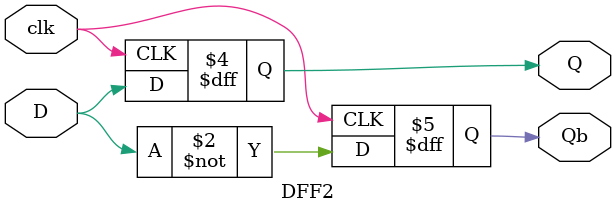
<source format=v>
module DFF2 (
    input D,clk,
    output Q, Qb
);
    initial begin
        Q = 1'b0;
        Qb = 1'b1;
    end
    reg Q, Qb;
    always @(posedge clk) begin
        Q=D;
        Qb=~Q;
    end   
endmodule
</source>
